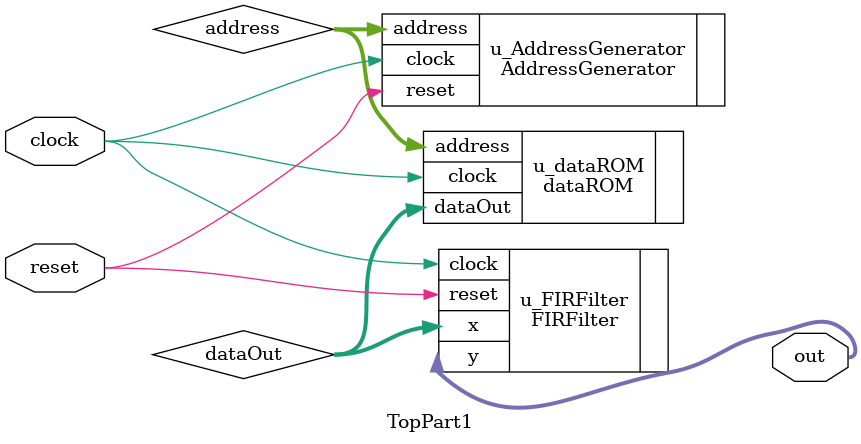
<source format=sv>
`timescale 1ns / 1ps


module TopPart1(clock, reset, out);

    input clock;
    input reset;
    output [9:0] out;
    
    logic [9:0] dataOut;
    logic [0:8] address;
    
    AddressGenerator u_AddressGenerator(
        .clock(clock),
        .reset(reset),
        .address(address)
    );

    dataROM u_dataROM(
        .clock(clock),
        .address(address),
        .dataOut(dataOut)
    );

    FIRFilter u_FIRFilter(
        .clock(clock),
        .reset(reset),
        .x(dataOut),
        .y(out)
    );
endmodule

</source>
